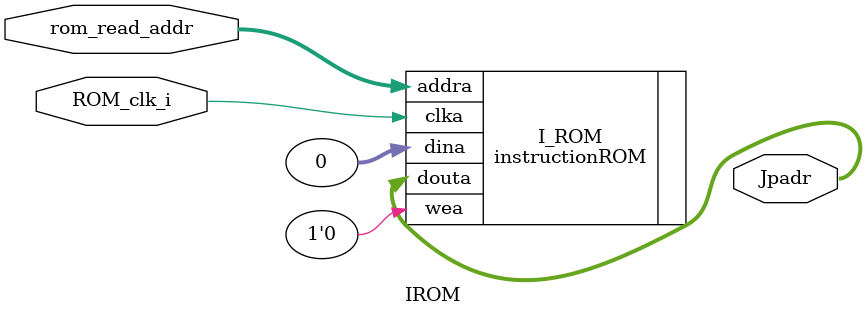
<source format=v>
`timescale 1ns / 1ps


module IROM(
  input ROM_clk_i,//ROMµÄÊ±ÖÓÐÅºÅ
  input [13:0] rom_read_addr,//À´×ÔÈ¡Ö¸Ä£¿éµÄÖµ£¬ÓÃÓÚ¼ìË÷µ±Ç°Ö¸ÁîµÄµØÖ·
  output [31:0] Jpadr//È¡³öµÄÖ¸Áî
    );
//½ÓÏÂÀ´¾ÍÊÇÔ­¼þÀý»¯µÄ¹ý³Ì
  instructionROM I_ROM(
        .clka       (ROM_clk_i),
        .wea        (1'b0),
        .addra      (rom_read_addr),
        .dina       (32'h00000000),
        .douta      (Jpadr)
   );
endmodule

</source>
